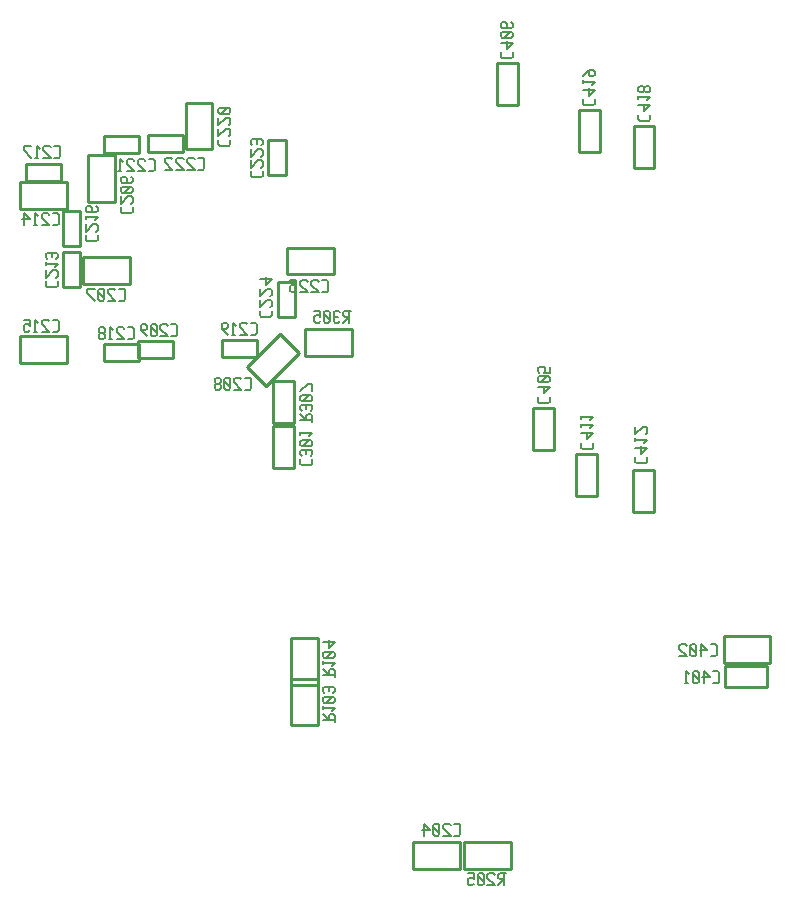
<source format=gbr>
G04 start of page 10 for group -4078 idx -4078 *
G04 Title: (unknown), bottomsilk *
G04 Creator: pcb 20091103 *
G04 CreationDate: Mon 12 Dec 2011 01:01:08 AM GMT UTC *
G04 For: haunma *
G04 Format: Gerber/RS-274X *
G04 PCB-Dimensions: 360000 400000 *
G04 PCB-Coordinate-Origin: lower left *
%MOIN*%
%FSLAX25Y25*%
%LNBACKSILK*%
%ADD12C,0.0080*%
%ADD13C,0.0100*%
G54D13*X313101Y162452D02*Y153548D01*
X328699D01*
Y162452D02*Y153548D01*
X313101Y162452D02*X328699D01*
X313489Y152568D02*Y145632D01*
X327511D01*
Y152568D02*Y145632D01*
X313489Y152568D02*X327511D01*
X283032Y218011D02*X289968D01*
X283032D02*Y203989D01*
X289968D01*
Y218011D02*Y203989D01*
X169048Y161999D02*X177952D01*
X169048D02*Y146401D01*
X177952D01*
Y161999D02*Y146401D01*
X169048Y148399D02*X177952D01*
X169048D02*Y132801D01*
X177952D01*
Y148399D02*Y132801D01*
X167641Y292059D02*Y283155D01*
X183239D01*
Y292059D01*
X167641D01*
X164523Y280630D02*X170277D01*
X164523D02*Y268970D01*
X170277D01*
Y280630D02*Y268970D01*
X237532Y353511D02*X244468D01*
X237532D02*Y339489D01*
X244468D01*
Y353511D02*Y339489D01*
X283132Y318589D02*X290068D01*
Y332611D02*Y318589D01*
X283132Y332611D02*X290068D01*
X283132D02*Y318589D01*
X264932Y338011D02*X271868D01*
X264932D02*Y323989D01*
X271868D01*
Y338011D02*Y323989D01*
X161423Y316170D02*X167177D01*
Y327830D02*Y316170D01*
X161423Y327830D02*X167177D01*
X161423D02*Y316170D01*
X132830Y329577D02*Y323823D01*
X121170Y329577D02*X132830D01*
X121170D02*Y323823D01*
X132830D01*
X133848Y324801D02*X142752D01*
Y340399D02*Y324801D01*
X133848Y340399D02*X142752D01*
X133848D02*Y324801D01*
X101248Y307201D02*X110152D01*
Y322799D02*Y307201D01*
X101248Y322799D02*X110152D01*
X101248D02*Y307201D01*
X92923Y290530D02*X98677D01*
X92923D02*Y278870D01*
X98677D01*
Y290530D02*Y278870D01*
X92923Y292570D02*X98677D01*
Y304230D02*Y292570D01*
X92923Y304230D02*X98677D01*
X92923D02*Y292570D01*
X115299Y288852D02*Y279948D01*
X99701Y288852D02*X115299D01*
X99701D02*Y279948D01*
X115299D01*
X145770Y261177D02*Y255423D01*
X157430D01*
Y261177D01*
X145770D01*
X118130Y323423D02*Y329177D01*
X106470D02*X118130D01*
X106470Y323423D02*Y329177D01*
Y323423D02*X118130D01*
X92230Y320040D02*Y314286D01*
X80570Y320040D02*X92230D01*
X80570D02*Y314286D01*
X92230D01*
X94299Y313952D02*Y305048D01*
X78701Y313952D02*X94299D01*
X78701D02*Y305048D01*
X94299D01*
Y262452D02*Y253548D01*
X78701Y262452D02*X94299D01*
X78701D02*Y253548D01*
X94299D01*
X264032Y209089D02*X270968D01*
Y223111D02*Y209089D01*
X264032Y223111D02*X270968D01*
X264032D02*Y209089D01*
X173701Y264952D02*Y256048D01*
X189299D01*
Y264952D01*
X173701D01*
X129730Y261077D02*Y255323D01*
X118070Y261077D02*X129730D01*
X118070D02*Y255323D01*
X129730D01*
X106470Y259877D02*Y254123D01*
X118130D01*
Y259877D01*
X106470D01*
X165366Y263163D02*X171662Y256867D01*
X154337Y252134D02*X165366Y263163D01*
X154337Y252134D02*X160633Y245838D01*
X171662Y256867D01*
X163032Y232511D02*X169968D01*
X163032Y218489D02*Y232511D01*
Y218489D02*X169968D01*
Y232511D01*
X249532Y238711D02*X256468D01*
X249532D02*Y224689D01*
X256468D01*
Y238711D02*Y224689D01*
X163032Y233489D02*X169968D01*
Y247511D02*Y233489D01*
X163032Y247511D02*X169968D01*
X163032D02*Y233489D01*
X242299Y93952D02*Y85048D01*
X226701Y93952D02*X242299D01*
X226701D02*Y85048D01*
X242299D01*
X225299Y93952D02*Y85048D01*
X209701Y93952D02*X225299D01*
X209701D02*Y85048D01*
X225299D01*
G54D12*X265600Y225400D02*Y226900D01*
X266100Y224900D02*X265600Y225400D01*
X266100Y224900D02*X269100D01*
X269600Y225400D01*
Y226900D01*
X267600Y228101D02*X269600Y230101D01*
X267600Y228101D02*Y230601D01*
X265600Y230101D02*X269600D01*
X265600Y232302D02*Y233302D01*
Y232802D02*X269600D01*
X268600Y231802D02*X269600Y232802D01*
X265600Y235003D02*Y236003D01*
Y235503D02*X269600D01*
X268600Y234503D02*X269600Y235503D01*
X251200Y240751D02*Y242251D01*
X251700Y240251D02*X251200Y240751D01*
X251700Y240251D02*X254700D01*
X255200Y240751D01*
Y242251D01*
X253200Y243452D02*X255200Y245452D01*
X253200Y243452D02*Y245952D01*
X251200Y245452D02*X255200D01*
X251700Y247153D02*X251200Y247653D01*
X251700Y247153D02*X254700D01*
X255200Y247653D01*
Y248653D01*
X254700Y249153D01*
X251700D02*X254700D01*
X251200Y248653D02*X251700Y249153D01*
X251200Y247653D02*Y248653D01*
X252200Y247153D02*X254200Y249153D01*
X255200Y250354D02*Y252354D01*
X253200Y250354D02*X255200D01*
X253200D02*X253700Y250854D01*
Y251854D01*
X253200Y252354D01*
X251700D02*X253200D01*
X251200Y251854D02*X251700Y252354D01*
X251200Y250854D02*Y251854D01*
X251700Y250354D02*X251200Y250854D01*
X283600Y220651D02*Y222151D01*
X284100Y220151D02*X283600Y220651D01*
X284100Y220151D02*X287100D01*
X287600Y220651D01*
Y222151D01*
X285600Y223352D02*X287600Y225352D01*
X285600Y223352D02*Y225852D01*
X283600Y225352D02*X287600D01*
X283600Y227553D02*Y228553D01*
Y228053D02*X287600D01*
X286600Y227053D02*X287600Y228053D01*
X287100Y229754D02*X287600Y230254D01*
Y231754D01*
X287100Y232254D01*
X286100D02*X287100D01*
X283600Y229754D02*X286100Y232254D01*
X283600Y229754D02*Y232254D01*
X309700Y146900D02*X311200D01*
X311700Y147400D02*X311200Y146900D01*
X311700Y147400D02*Y150400D01*
X311200Y150900D01*
X309700D02*X311200D01*
X308499Y148900D02*X306499Y150900D01*
X305999Y148900D02*X308499D01*
X306499Y146900D02*Y150900D01*
X304798Y147400D02*X304298Y146900D01*
X304798Y147400D02*Y150400D01*
X304298Y150900D01*
X303298D02*X304298D01*
X303298D02*X302798Y150400D01*
Y147400D02*Y150400D01*
X303298Y146900D02*X302798Y147400D01*
X303298Y146900D02*X304298D01*
X304798Y147900D02*X302798Y149900D01*
X300097Y146900D02*X301097D01*
X300597D02*Y150900D01*
X301597Y149900D02*X300597Y150900D01*
X183500Y149000D02*Y151000D01*
X183000Y151500D01*
X182000D02*X183000D01*
X181500Y151000D02*X182000Y151500D01*
X181500Y149500D02*Y151000D01*
X179500Y149500D02*X183500D01*
X181500D02*X179500Y151500D01*
Y153201D02*Y154201D01*
Y153701D02*X183500D01*
X182500Y152701D02*X183500Y153701D01*
X180000Y155402D02*X179500Y155902D01*
X180000Y155402D02*X183000D01*
X183500Y155902D01*
Y156902D01*
X183000Y157402D01*
X180000D02*X183000D01*
X179500Y156902D02*X180000Y157402D01*
X179500Y155902D02*Y156902D01*
X180500Y155402D02*X182500Y157402D01*
X181500Y158603D02*X183500Y160603D01*
X181500Y158603D02*Y161103D01*
X179500Y160603D02*X183500D01*
Y134000D02*Y136000D01*
X183000Y136500D01*
X182000D02*X183000D01*
X181500Y136000D02*X182000Y136500D01*
X181500Y134500D02*Y136000D01*
X179500Y134500D02*X183500D01*
X181500D02*X179500Y136500D01*
Y138201D02*Y139201D01*
Y138701D02*X183500D01*
X182500Y137701D02*X183500Y138701D01*
X180000Y140402D02*X179500Y140902D01*
X180000Y140402D02*X183000D01*
X183500Y140902D01*
Y141902D01*
X183000Y142402D01*
X180000D02*X183000D01*
X179500Y141902D02*X180000Y142402D01*
X179500Y140902D02*Y141902D01*
X180500Y140402D02*X182500Y142402D01*
X183000Y143603D02*X183500Y144103D01*
Y145103D01*
X183000Y145603D01*
X180000D02*X183000D01*
X179500Y145103D02*X180000Y145603D01*
X179500Y144103D02*Y145103D01*
X180000Y143603D02*X179500Y144103D01*
X181500D02*Y145603D01*
X308900Y155900D02*X310400D01*
X310900Y156400D02*X310400Y155900D01*
X310900Y156400D02*Y159400D01*
X310400Y159900D01*
X308900D02*X310400D01*
X307699Y157900D02*X305699Y159900D01*
X305199Y157900D02*X307699D01*
X305699Y155900D02*Y159900D01*
X303998Y156400D02*X303498Y155900D01*
X303998Y156400D02*Y159400D01*
X303498Y159900D01*
X302498D02*X303498D01*
X302498D02*X301998Y159400D01*
Y156400D02*Y159400D01*
X302498Y155900D02*X301998Y156400D01*
X302498Y155900D02*X303498D01*
X303998Y156900D02*X301998Y158900D01*
X300797Y159400D02*X300297Y159900D01*
X298797D02*X300297D01*
X298797D02*X298297Y159400D01*
Y158400D02*Y159400D01*
X300797Y155900D02*X298297Y158400D01*
Y155900D02*X300797D01*
X186799Y270921D02*X188799D01*
X186799D02*X186299Y270421D01*
Y269421D02*Y270421D01*
X186799Y268921D02*X186299Y269421D01*
X186799Y268921D02*X188299D01*
Y266921D02*Y270921D01*
Y268921D02*X186299Y266921D01*
X185098Y270421D02*X184598Y270921D01*
X183598D02*X184598D01*
X183598D02*X183098Y270421D01*
Y267421D02*Y270421D01*
X183598Y266921D02*X183098Y267421D01*
X183598Y266921D02*X184598D01*
X185098Y267421D02*X184598Y266921D01*
X183098Y268921D02*X184598D01*
X181897Y267421D02*X181397Y266921D01*
X181897Y267421D02*Y270421D01*
X181397Y270921D01*
X180397D02*X181397D01*
X180397D02*X179897Y270421D01*
Y267421D02*Y270421D01*
X180397Y266921D02*X179897Y267421D01*
X180397Y266921D02*X181397D01*
X181897Y267921D02*X179897Y269921D01*
X176696Y270921D02*X178696D01*
Y268921D02*Y270921D01*
Y268921D02*X178196Y269421D01*
X177196D02*X178196D01*
X177196D02*X176696Y268921D01*
Y267421D02*Y268921D01*
X177196Y266921D02*X176696Y267421D01*
X177196Y266921D02*X178196D01*
X178696Y267421D02*X178196Y266921D01*
X179359Y277114D02*X180859D01*
X181359Y277614D02*X180859Y277114D01*
X181359Y277614D02*Y280614D01*
X180859Y281114D01*
X179359D02*X180859D01*
X178158Y280614D02*X177658Y281114D01*
X176158D02*X177658D01*
X176158D02*X175658Y280614D01*
Y279614D02*Y280614D01*
X178158Y277114D02*X175658Y279614D01*
Y277114D02*X178158D01*
X174457Y280614D02*X173957Y281114D01*
X172457D02*X173957D01*
X172457D02*X171957Y280614D01*
Y279614D02*Y280614D01*
X174457Y277114D02*X171957Y279614D01*
Y277114D02*X174457D01*
X168756Y281114D02*X170756D01*
Y279114D02*Y281114D01*
Y279114D02*X170256Y279614D01*
X169256D02*X170256D01*
X169256D02*X168756Y279114D01*
Y277614D02*Y279114D01*
X169256Y277114D02*X168756Y277614D01*
X169256Y277114D02*X170256D01*
X170756Y277614D02*X170256Y277114D01*
X238900Y355600D02*Y357100D01*
X239400Y355100D02*X238900Y355600D01*
X239400Y355100D02*X242400D01*
X242900Y355600D01*
Y357100D01*
X240900Y358301D02*X242900Y360301D01*
X240900Y358301D02*Y360801D01*
X238900Y360301D02*X242900D01*
X239400Y362002D02*X238900Y362502D01*
X239400Y362002D02*X242400D01*
X242900Y362502D01*
Y363502D01*
X242400Y364002D01*
X239400D02*X242400D01*
X238900Y363502D02*X239400Y364002D01*
X238900Y362502D02*Y363502D01*
X239900Y362002D02*X241900Y364002D01*
X242900Y366703D02*X242400Y367203D01*
X242900Y365703D02*Y366703D01*
X242400Y365203D02*X242900Y365703D01*
X239400Y365203D02*X242400D01*
X239400D02*X238900Y365703D01*
X240900Y366703D02*X240400Y367203D01*
X240900Y365203D02*Y366703D01*
X238900Y365703D02*Y366703D01*
X239400Y367203D01*
X240400D01*
X266137Y339991D02*Y341491D01*
X266637Y339491D02*X266137Y339991D01*
X266637Y339491D02*X269637D01*
X270137Y339991D01*
Y341491D01*
X268137Y342692D02*X270137Y344692D01*
X268137Y342692D02*Y345192D01*
X266137Y344692D02*X270137D01*
X266137Y346893D02*Y347893D01*
Y347393D02*X270137D01*
X269137Y346393D02*X270137Y347393D01*
X266137Y349094D02*X268137Y351094D01*
X269637D01*
X270137Y350594D02*X269637Y351094D01*
X270137Y349594D02*Y350594D01*
X269637Y349094D02*X270137Y349594D01*
X268637Y349094D02*X269637D01*
X268637D02*X268137Y349594D01*
Y351094D01*
X284737Y334789D02*Y336289D01*
X285237Y334289D02*X284737Y334789D01*
X285237Y334289D02*X288237D01*
X288737Y334789D01*
Y336289D01*
X286737Y337490D02*X288737Y339490D01*
X286737Y337490D02*Y339990D01*
X284737Y339490D02*X288737D01*
X284737Y341691D02*Y342691D01*
Y342191D02*X288737D01*
X287737Y341191D02*X288737Y342191D01*
X285237Y343892D02*X284737Y344392D01*
X285237Y343892D02*X286237D01*
X286737Y344392D01*
Y345392D01*
X286237Y345892D01*
X285237D02*X286237D01*
X284737Y345392D02*X285237Y345892D01*
X284737Y344392D02*Y345392D01*
X287237Y343892D02*X286737Y344392D01*
X287237Y343892D02*X288237D01*
X288737Y344392D01*
Y345392D01*
X288237Y345892D01*
X287237D02*X288237D01*
X286737Y345392D02*X287237Y345892D01*
X223299Y95921D02*X224799D01*
X225299Y96421D02*X224799Y95921D01*
X225299Y96421D02*Y99421D01*
X224799Y99921D01*
X223299D02*X224799D01*
X222098Y99421D02*X221598Y99921D01*
X220098D02*X221598D01*
X220098D02*X219598Y99421D01*
Y98421D02*Y99421D01*
X222098Y95921D02*X219598Y98421D01*
Y95921D02*X222098D01*
X218397Y96421D02*X217897Y95921D01*
X218397Y96421D02*Y99421D01*
X217897Y99921D01*
X216897D02*X217897D01*
X216897D02*X216397Y99421D01*
Y96421D02*Y99421D01*
X216897Y95921D02*X216397Y96421D01*
X216897Y95921D02*X217897D01*
X218397Y96921D02*X216397Y98921D01*
X215196Y97921D02*X213196Y99921D01*
X212696Y97921D02*X215196D01*
X213196Y95921D02*Y99921D01*
X238500Y83532D02*X240500D01*
X238500D02*X238000Y83032D01*
Y82032D02*Y83032D01*
X238500Y81532D02*X238000Y82032D01*
X238500Y81532D02*X240000D01*
Y79532D02*Y83532D01*
Y81532D02*X238000Y79532D01*
X236799Y83032D02*X236299Y83532D01*
X234799D02*X236299D01*
X234799D02*X234299Y83032D01*
Y82032D02*Y83032D01*
X236799Y79532D02*X234299Y82032D01*
Y79532D02*X236799D01*
X233098Y80032D02*X232598Y79532D01*
X233098Y80032D02*Y83032D01*
X232598Y83532D01*
X231598D02*X232598D01*
X231598D02*X231098Y83032D01*
Y80032D02*Y83032D01*
X231598Y79532D02*X231098Y80032D01*
X231598Y79532D02*X232598D01*
X233098Y80532D02*X231098Y82532D01*
X227897Y83532D02*X229897D01*
Y81532D02*Y83532D01*
Y81532D02*X229397Y82032D01*
X228397D02*X229397D01*
X228397D02*X227897Y81532D01*
Y80032D02*Y81532D01*
X228397Y79532D02*X227897Y80032D01*
X228397Y79532D02*X229397D01*
X229897Y80032D02*X229397Y79532D01*
X155500Y316000D02*Y317500D01*
X156000Y315500D02*X155500Y316000D01*
X156000Y315500D02*X159000D01*
X159500Y316000D01*
Y317500D01*
X159000Y318701D02*X159500Y319201D01*
Y320701D01*
X159000Y321201D01*
X158000D02*X159000D01*
X155500Y318701D02*X158000Y321201D01*
X155500Y318701D02*Y321201D01*
X159000Y322402D02*X159500Y322902D01*
Y324402D01*
X159000Y324902D01*
X158000D02*X159000D01*
X155500Y322402D02*X158000Y324902D01*
X155500Y322402D02*Y324902D01*
X159000Y326103D02*X159500Y326603D01*
Y327603D01*
X159000Y328103D01*
X156000D02*X159000D01*
X155500Y327603D02*X156000Y328103D01*
X155500Y326603D02*Y327603D01*
X156000Y326103D02*X155500Y326603D01*
X157500D02*Y328103D01*
X144700Y326500D02*Y328000D01*
X145200Y326000D02*X144700Y326500D01*
X145200Y326000D02*X148200D01*
X148700Y326500D01*
Y328000D01*
X148200Y329201D02*X148700Y329701D01*
Y331201D01*
X148200Y331701D01*
X147200D02*X148200D01*
X144700Y329201D02*X147200Y331701D01*
X144700Y329201D02*Y331701D01*
X148200Y332902D02*X148700Y333402D01*
Y334902D01*
X148200Y335402D01*
X147200D02*X148200D01*
X144700Y332902D02*X147200Y335402D01*
X144700Y332902D02*Y335402D01*
X145200Y336603D02*X144700Y337103D01*
X145200Y336603D02*X148200D01*
X148700Y337103D01*
Y338103D01*
X148200Y338603D01*
X145200D02*X148200D01*
X144700Y338103D02*X145200Y338603D01*
X144700Y337103D02*Y338103D01*
X145700Y336603D02*X147700Y338603D01*
X90000Y322000D02*X91500D01*
X92000Y322500D02*X91500Y322000D01*
X92000Y322500D02*Y325500D01*
X91500Y326000D01*
X90000D02*X91500D01*
X88799Y325500D02*X88299Y326000D01*
X86799D02*X88299D01*
X86799D02*X86299Y325500D01*
Y324500D02*Y325500D01*
X88799Y322000D02*X86299Y324500D01*
Y322000D02*X88799D01*
X83598D02*X84598D01*
X84098D02*Y326000D01*
X85098Y325000D02*X84098Y326000D01*
X82397Y322000D02*X79897Y324500D01*
Y326000D01*
X82397D01*
X129000Y262500D02*X130500D01*
X131000Y263000D02*X130500Y262500D01*
X131000Y263000D02*Y266000D01*
X130500Y266500D01*
X129000D02*X130500D01*
X127799Y266000D02*X127299Y266500D01*
X125799D02*X127299D01*
X125799D02*X125299Y266000D01*
Y265000D02*Y266000D01*
X127799Y262500D02*X125299Y265000D01*
Y262500D02*X127799D01*
X124098Y263000D02*X123598Y262500D01*
X124098Y263000D02*Y266000D01*
X123598Y266500D01*
X122598D02*X123598D01*
X122598D02*X122098Y266000D01*
Y263000D02*Y266000D01*
X122598Y262500D02*X122098Y263000D01*
X122598Y262500D02*X123598D01*
X124098Y263500D02*X122098Y265500D01*
X120897Y262500D02*X118897Y264500D01*
Y266000D01*
X119397Y266500D02*X118897Y266000D01*
X119397Y266500D02*X120397D01*
X120897Y266000D02*X120397Y266500D01*
X120897Y265000D02*Y266000D01*
Y265000D02*X120397Y264500D01*
X118897D02*X120397D01*
X155500Y263000D02*X157000D01*
X157500Y263500D02*X157000Y263000D01*
X157500Y263500D02*Y266500D01*
X157000Y267000D01*
X155500D02*X157000D01*
X154299Y266500D02*X153799Y267000D01*
X152299D02*X153799D01*
X152299D02*X151799Y266500D01*
Y265500D02*Y266500D01*
X154299Y263000D02*X151799Y265500D01*
Y263000D02*X154299D01*
X149098D02*X150098D01*
X149598D02*Y267000D01*
X150598Y266000D02*X149598Y267000D01*
X147897Y263000D02*X145897Y265000D01*
Y266500D01*
X146397Y267000D02*X145897Y266500D01*
X146397Y267000D02*X147397D01*
X147897Y266500D02*X147397Y267000D01*
X147897Y265500D02*Y266500D01*
Y265500D02*X147397Y265000D01*
X145897D02*X147397D01*
X153607Y244681D02*X155107D01*
X155607Y245181D02*X155107Y244681D01*
X155607Y245181D02*Y248181D01*
X155107Y248681D01*
X153607D02*X155107D01*
X152406Y248181D02*X151906Y248681D01*
X150406D02*X151906D01*
X150406D02*X149906Y248181D01*
Y247181D02*Y248181D01*
X152406Y244681D02*X149906Y247181D01*
Y244681D02*X152406D01*
X148705Y245181D02*X148205Y244681D01*
X148705Y245181D02*Y248181D01*
X148205Y248681D01*
X147205D02*X148205D01*
X147205D02*X146705Y248181D01*
Y245181D02*Y248181D01*
X147205Y244681D02*X146705Y245181D01*
X147205Y244681D02*X148205D01*
X148705Y245681D02*X146705Y247681D01*
X145504Y245181D02*X145004Y244681D01*
X145504Y245181D02*Y246181D01*
X145004Y246681D01*
X144004D02*X145004D01*
X144004D02*X143504Y246181D01*
Y245181D02*Y246181D01*
X144004Y244681D02*X143504Y245181D01*
X144004Y244681D02*X145004D01*
X145504Y247181D02*X145004Y246681D01*
X145504Y247181D02*Y248181D01*
X145004Y248681D01*
X144004D02*X145004D01*
X144004D02*X143504Y248181D01*
Y247181D02*Y248181D01*
X144004Y246681D02*X143504Y247181D01*
X114500Y261500D02*X116000D01*
X116500Y262000D02*X116000Y261500D01*
X116500Y262000D02*Y265000D01*
X116000Y265500D01*
X114500D02*X116000D01*
X113299Y265000D02*X112799Y265500D01*
X111299D02*X112799D01*
X111299D02*X110799Y265000D01*
Y264000D02*Y265000D01*
X113299Y261500D02*X110799Y264000D01*
Y261500D02*X113299D01*
X108098D02*X109098D01*
X108598D02*Y265500D01*
X109598Y264500D02*X108598Y265500D01*
X106897Y262000D02*X106397Y261500D01*
X106897Y262000D02*Y263000D01*
X106397Y263500D01*
X105397D02*X106397D01*
X105397D02*X104897Y263000D01*
Y262000D02*Y263000D01*
X105397Y261500D02*X104897Y262000D01*
X105397Y261500D02*X106397D01*
X106897Y264000D02*X106397Y263500D01*
X106897Y264000D02*Y265000D01*
X106397Y265500D01*
X105397D02*X106397D01*
X105397D02*X104897Y265000D01*
Y264000D02*Y265000D01*
X105397Y263500D02*X104897Y264000D01*
X172000Y220000D02*Y221500D01*
X172500Y219500D02*X172000Y220000D01*
X172500Y219500D02*X175500D01*
X176000Y220000D01*
Y221500D01*
X175500Y222701D02*X176000Y223201D01*
Y224201D01*
X175500Y224701D01*
X172500D02*X175500D01*
X172000Y224201D02*X172500Y224701D01*
X172000Y223201D02*Y224201D01*
X172500Y222701D02*X172000Y223201D01*
X174000D02*Y224701D01*
X172500Y225902D02*X172000Y226402D01*
X172500Y225902D02*X175500D01*
X176000Y226402D01*
Y227402D01*
X175500Y227902D01*
X172500D02*X175500D01*
X172000Y227402D02*X172500Y227902D01*
X172000Y226402D02*Y227402D01*
X173000Y225902D02*X175000Y227902D01*
X172000Y229603D02*Y230603D01*
Y230103D02*X176000D01*
X175000Y229103D02*X176000Y230103D01*
Y234000D02*Y236000D01*
X175500Y236500D01*
X174500D02*X175500D01*
X174000Y236000D02*X174500Y236500D01*
X174000Y234500D02*Y236000D01*
X172000Y234500D02*X176000D01*
X174000D02*X172000Y236500D01*
X175500Y237701D02*X176000Y238201D01*
Y239201D01*
X175500Y239701D01*
X172500D02*X175500D01*
X172000Y239201D02*X172500Y239701D01*
X172000Y238201D02*Y239201D01*
X172500Y237701D02*X172000Y238201D01*
X174000D02*Y239701D01*
X172500Y240902D02*X172000Y241402D01*
X172500Y240902D02*X175500D01*
X176000Y241402D01*
Y242402D01*
X175500Y242902D01*
X172500D02*X175500D01*
X172000Y242402D02*X172500Y242902D01*
X172000Y241402D02*Y242402D01*
X173000Y240902D02*X175000Y242902D01*
X172000Y244103D02*X174500Y246603D01*
X176000D01*
Y244103D02*Y246603D01*
X158500Y269500D02*Y271000D01*
X159000Y269000D02*X158500Y269500D01*
X159000Y269000D02*X162000D01*
X162500Y269500D01*
Y271000D01*
X162000Y272201D02*X162500Y272701D01*
Y274201D01*
X162000Y274701D01*
X161000D02*X162000D01*
X158500Y272201D02*X161000Y274701D01*
X158500Y272201D02*Y274701D01*
X162000Y275902D02*X162500Y276402D01*
Y277902D01*
X162000Y278402D01*
X161000D02*X162000D01*
X158500Y275902D02*X161000Y278402D01*
X158500Y275902D02*Y278402D01*
X160500Y279603D02*X162500Y281603D01*
X160500Y279603D02*Y282103D01*
X158500Y281603D02*X162500D01*
X121500Y317500D02*X123000D01*
X123500Y318000D02*X123000Y317500D01*
X123500Y318000D02*Y321000D01*
X123000Y321500D01*
X121500D02*X123000D01*
X120299Y321000D02*X119799Y321500D01*
X118299D02*X119799D01*
X118299D02*X117799Y321000D01*
Y320000D02*Y321000D01*
X120299Y317500D02*X117799Y320000D01*
Y317500D02*X120299D01*
X116598Y321000D02*X116098Y321500D01*
X114598D02*X116098D01*
X114598D02*X114098Y321000D01*
Y320000D02*Y321000D01*
X116598Y317500D02*X114098Y320000D01*
Y317500D02*X116598D01*
X111397D02*X112397D01*
X111897D02*Y321500D01*
X112897Y320500D02*X111897Y321500D01*
X112200Y304000D02*Y305500D01*
X112700Y303500D02*X112200Y304000D01*
X112700Y303500D02*X115700D01*
X116200Y304000D01*
Y305500D01*
X115700Y306701D02*X116200Y307201D01*
Y308701D01*
X115700Y309201D01*
X114700D02*X115700D01*
X112200Y306701D02*X114700Y309201D01*
X112200Y306701D02*Y309201D01*
X112700Y310402D02*X112200Y310902D01*
X112700Y310402D02*X115700D01*
X116200Y310902D01*
Y311902D01*
X115700Y312402D01*
X112700D02*X115700D01*
X112200Y311902D02*X112700Y312402D01*
X112200Y310902D02*Y311902D01*
X113200Y310402D02*X115200Y312402D01*
X116200Y315103D02*X115700Y315603D01*
X116200Y314103D02*Y315103D01*
X115700Y313603D02*X116200Y314103D01*
X112700Y313603D02*X115700D01*
X112700D02*X112200Y314103D01*
X114200Y315103D02*X113700Y315603D01*
X114200Y313603D02*Y315103D01*
X112200Y314103D02*Y315103D01*
X112700Y315603D01*
X113700D01*
X138000Y318000D02*X139500D01*
X140000Y318500D02*X139500Y318000D01*
X140000Y318500D02*Y321500D01*
X139500Y322000D01*
X138000D02*X139500D01*
X136799Y321500D02*X136299Y322000D01*
X134799D02*X136299D01*
X134799D02*X134299Y321500D01*
Y320500D02*Y321500D01*
X136799Y318000D02*X134299Y320500D01*
Y318000D02*X136799D01*
X133098Y321500D02*X132598Y322000D01*
X131098D02*X132598D01*
X131098D02*X130598Y321500D01*
Y320500D02*Y321500D01*
X133098Y318000D02*X130598Y320500D01*
Y318000D02*X133098D01*
X129397Y321500D02*X128897Y322000D01*
X127397D02*X128897D01*
X127397D02*X126897Y321500D01*
Y320500D02*Y321500D01*
X129397Y318000D02*X126897Y320500D01*
Y318000D02*X129397D01*
X111600Y274300D02*X113100D01*
X113600Y274800D02*X113100Y274300D01*
X113600Y274800D02*Y277800D01*
X113100Y278300D01*
X111600D02*X113100D01*
X110399Y277800D02*X109899Y278300D01*
X108399D02*X109899D01*
X108399D02*X107899Y277800D01*
Y276800D02*Y277800D01*
X110399Y274300D02*X107899Y276800D01*
Y274300D02*X110399D01*
X106698Y274800D02*X106198Y274300D01*
X106698Y274800D02*Y277800D01*
X106198Y278300D01*
X105198D02*X106198D01*
X105198D02*X104698Y277800D01*
Y274800D02*Y277800D01*
X105198Y274300D02*X104698Y274800D01*
X105198Y274300D02*X106198D01*
X106698Y275300D02*X104698Y277300D01*
X103497Y274300D02*X100997Y276800D01*
Y278300D01*
X103497D01*
X87200Y279300D02*Y280800D01*
X87700Y278800D02*X87200Y279300D01*
X87700Y278800D02*X90700D01*
X91200Y279300D01*
Y280800D01*
X90700Y282001D02*X91200Y282501D01*
Y284001D01*
X90700Y284501D01*
X89700D02*X90700D01*
X87200Y282001D02*X89700Y284501D01*
X87200Y282001D02*Y284501D01*
Y286202D02*Y287202D01*
Y286702D02*X91200D01*
X90200Y285702D02*X91200Y286702D01*
X90700Y288403D02*X91200Y288903D01*
Y289903D01*
X90700Y290403D01*
X87700D02*X90700D01*
X87200Y289903D02*X87700Y290403D01*
X87200Y288903D02*Y289903D01*
X87700Y288403D02*X87200Y288903D01*
X89200D02*Y290403D01*
X100500Y294700D02*Y296200D01*
X101000Y294200D02*X100500Y294700D01*
X101000Y294200D02*X104000D01*
X104500Y294700D01*
Y296200D01*
X104000Y297401D02*X104500Y297901D01*
Y299401D01*
X104000Y299901D01*
X103000D02*X104000D01*
X100500Y297401D02*X103000Y299901D01*
X100500Y297401D02*Y299901D01*
Y301602D02*Y302602D01*
Y302102D02*X104500D01*
X103500Y301102D02*X104500Y302102D01*
Y305303D02*X104000Y305803D01*
X104500Y304303D02*Y305303D01*
X104000Y303803D02*X104500Y304303D01*
X101000Y303803D02*X104000D01*
X101000D02*X100500Y304303D01*
X102500Y305303D02*X102000Y305803D01*
X102500Y303803D02*Y305303D01*
X100500Y304303D02*Y305303D01*
X101000Y305803D01*
X102000D01*
X89500Y264000D02*X91000D01*
X91500Y264500D02*X91000Y264000D01*
X91500Y264500D02*Y267500D01*
X91000Y268000D01*
X89500D02*X91000D01*
X88299Y267500D02*X87799Y268000D01*
X86299D02*X87799D01*
X86299D02*X85799Y267500D01*
Y266500D02*Y267500D01*
X88299Y264000D02*X85799Y266500D01*
Y264000D02*X88299D01*
X83098D02*X84098D01*
X83598D02*Y268000D01*
X84598Y267000D02*X83598Y268000D01*
X79897D02*X81897D01*
Y266000D02*Y268000D01*
Y266000D02*X81397Y266500D01*
X80397D02*X81397D01*
X80397D02*X79897Y266000D01*
Y264500D02*Y266000D01*
X80397Y264000D02*X79897Y264500D01*
X80397Y264000D02*X81397D01*
X81897Y264500D02*X81397Y264000D01*
X89500Y299500D02*X91000D01*
X91500Y300000D02*X91000Y299500D01*
X91500Y300000D02*Y303000D01*
X91000Y303500D01*
X89500D02*X91000D01*
X88299Y303000D02*X87799Y303500D01*
X86299D02*X87799D01*
X86299D02*X85799Y303000D01*
Y302000D02*Y303000D01*
X88299Y299500D02*X85799Y302000D01*
Y299500D02*X88299D01*
X83098D02*X84098D01*
X83598D02*Y303500D01*
X84598Y302500D02*X83598Y303500D01*
X81897Y301500D02*X79897Y303500D01*
X79397Y301500D02*X81897D01*
X79897Y299500D02*Y303500D01*
M02*

</source>
